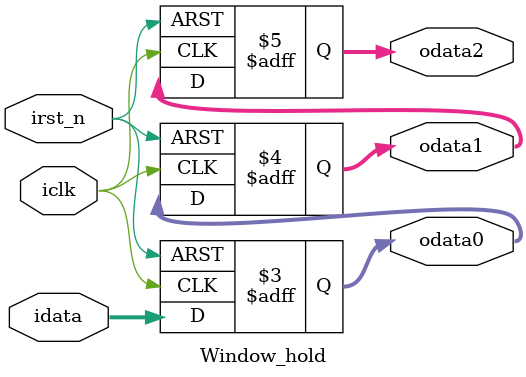
<source format=v>
`timescale 1 ps / 1 ps

module Window_hold (
	input              			 iclk,
	input            			  	irst_n,
	input	     		[8:0]   	 idata,
	output	reg	  [8:0]   	 odata0,
	output	reg	  [8:0]   	 odata1,
	output	reg	  [8:0]  	  odata2
);

always@(posedge iclk or negedge irst_n) begin
	if (!irst_n) begin
		odata0 <= 0;
		odata1 <= 0;
		odata2 <= 0;
	end
	else begin
		odata0 <= idata;
		odata1 <= odata0;
		odata2 <= odata1;
	end
end

endmodule 
</source>
